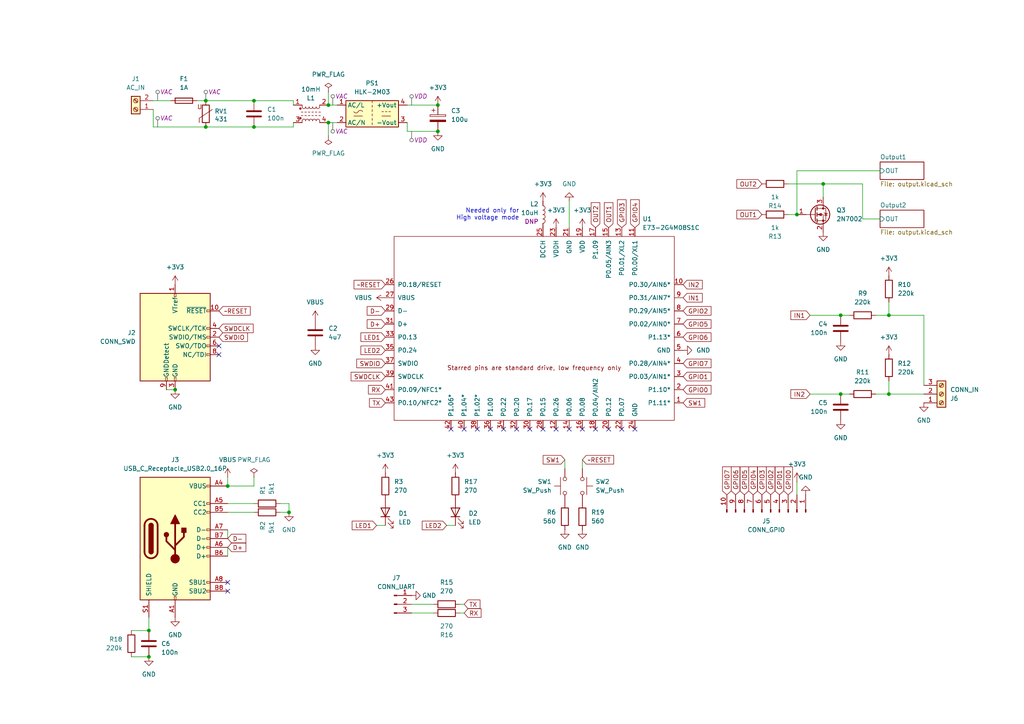
<source format=kicad_sch>
(kicad_sch (version 20231120) (generator "eeschema") (generator_version "8.0")
  (paper "A4")
  (title_block (title "ZigShutter") (date "2024-05-19") (company "Nicola Corna <nicola@corna.info>") (comment 1 "Licensed under CERN-OHL-S v2 or any later version"))
  (lib_symbols
    (symbol "Connector:Conn_01x03_Pin" (pin_names (offset 1.016) hide)
      (property "Reference" "J" (at 0 5.08 0))
      (property "Value" "Conn_01x03_Pin" (at 0 -5.08 0))
      (symbol "Conn_01x03_Pin_1_1"
        (pin passive line (at 5.08 2.54 180) (length 3.81) (name "Pin_1") (number "1"))
        (pin passive line (at 5.08 0 180) (length 3.81) (name "Pin_2") (number "2"))
        (pin passive line (at 5.08 -2.54 180) (length 3.81) (name "Pin_3") (number "3"))
      )
    )
    (symbol "Connector:Conn_01x10_Pin" (pin_names (offset 1.016) hide)
      (property "Reference" "J" (at 0 12.7 0))
      (property "Value" "Conn_01x10_Pin" (at 0 -15.24 0))
      (symbol "Conn_01x10_Pin_1_1"
        (pin passive line (at 5.08 10.16 180) (length 3.81) (name "Pin_1") (number "1"))
        (pin passive line (at 5.08 -12.7 180) (length 3.81) (name "Pin_10") (number "10"))
        (pin passive line (at 5.08 7.62 180) (length 3.81) (name "Pin_2") (number "2"))
        (pin passive line (at 5.08 5.08 180) (length 3.81) (name "Pin_3") (number "3"))
        (pin passive line (at 5.08 2.54 180) (length 3.81) (name "Pin_4") (number "4"))
        (pin passive line (at 5.08 0 180) (length 3.81) (name "Pin_5") (number "5"))
        (pin passive line (at 5.08 -2.54 180) (length 3.81) (name "Pin_6") (number "6"))
        (pin passive line (at 5.08 -5.08 180) (length 3.81) (name "Pin_7") (number "7"))
        (pin passive line (at 5.08 -7.62 180) (length 3.81) (name "Pin_8") (number "8"))
        (pin passive line (at 5.08 -10.16 180) (length 3.81) (name "Pin_9") (number "9"))
      )
    )
    (symbol "Connector:Conn_ARM_JTAG_SWD_10" (pin_names (offset 1.016))
      (property "Reference" "J" (at -2.54 16.51 0))
      (property "Value" "Conn_ARM_JTAG_SWD_10" (at -2.54 13.97 0))
      (symbol "Conn_ARM_JTAG_SWD_10_1_1"
        (pin power_in line (at 0 15.24 270) (length 2.54) (name "VTref") (number "1"))
        (pin open_collector line (at 12.7 7.62 180) (length 2.54) (name "~{RESET}") (number "10"))
        (pin bidirectional line (at 12.7 0 180) (length 2.54) (name "SWDIO/TMS") (number "2"))
        (pin power_in line (at 0 -15.24 90) (length 2.54) (name "GND") (number "3"))
        (pin output line (at 12.7 2.54 180) (length 2.54) (name "SWCLK/TCK") (number "4"))
        (pin passive line (at 0 -15.24 90) (length 2.54) hide (name "GND") (number "5"))
        (pin input line (at 12.7 -2.54 180) (length 2.54) (name "SWO/TDO") (number "6"))
        (pin no_connect line (at -10.16 0 0) (length 2.54) hide (name "KEY") (number "7"))
        (pin output line (at 12.7 -5.08 180) (length 2.54) (name "NC/TDI") (number "8"))
        (pin passive line (at -2.54 -15.24 90) (length 2.54) (name "GNDDetect") (number "9"))
      )
    )
    (symbol "Connector:Screw_Terminal_01x02" (pin_names (offset 1.016) hide)
      (property "Reference" "J" (at 0 2.54 0))
      (property "Value" "Screw_Terminal_01x02" (at 0 -5.08 0))
      (symbol "Screw_Terminal_01x02_1_1"
        (pin passive line (at -5.08 0 0) (length 3.81) (name "Pin_1") (number "1"))
        (pin passive line (at -5.08 -2.54 0) (length 3.81) (name "Pin_2") (number "2"))
      )
    )
    (symbol "Connector:Screw_Terminal_01x03" (pin_names (offset 1.016) hide)
      (property "Reference" "J" (at 0 5.08 0))
      (property "Value" "Screw_Terminal_01x03" (at 0 -5.08 0))
      (symbol "Screw_Terminal_01x03_1_1"
        (pin passive line (at -5.08 2.54 0) (length 3.81) (name "Pin_1") (number "1"))
        (pin passive line (at -5.08 0 0) (length 3.81) (name "Pin_2") (number "2"))
        (pin passive line (at -5.08 -2.54 0) (length 3.81) (name "Pin_3") (number "3"))
      )
    )
    (symbol "Connector:USB_C_Receptacle_USB2.0_16P" (pin_names (offset 1.016))
      (property "Reference" "J" (at 0 22.225 0))
      (property "Value" "USB_C_Receptacle_USB2.0_16P" (at 0 19.685 0))
      (symbol "USB_C_Receptacle_USB2.0_16P_1_1"
        (pin passive line (at 0 -22.86 90) (length 5.08) (name "GND") (number "A1"))
        (pin passive line (at 0 -22.86 90) (length 5.08) hide (name "GND") (number "A12"))
        (pin passive line (at 15.24 15.24 180) (length 5.08) (name "VBUS") (number "A4"))
        (pin bidirectional line (at 15.24 10.16 180) (length 5.08) (name "CC1") (number "A5"))
        (pin bidirectional line (at 15.24 -2.54 180) (length 5.08) (name "D+") (number "A6"))
        (pin bidirectional line (at 15.24 2.54 180) (length 5.08) (name "D-") (number "A7"))
        (pin bidirectional line (at 15.24 -12.7 180) (length 5.08) (name "SBU1") (number "A8"))
        (pin passive line (at 15.24 15.24 180) (length 5.08) hide (name "VBUS") (number "A9"))
        (pin passive line (at 0 -22.86 90) (length 5.08) hide (name "GND") (number "B1"))
        (pin passive line (at 0 -22.86 90) (length 5.08) hide (name "GND") (number "B12"))
        (pin passive line (at 15.24 15.24 180) (length 5.08) hide (name "VBUS") (number "B4"))
        (pin bidirectional line (at 15.24 7.62 180) (length 5.08) (name "CC2") (number "B5"))
        (pin bidirectional line (at 15.24 -5.08 180) (length 5.08) (name "D+") (number "B6"))
        (pin bidirectional line (at 15.24 0 180) (length 5.08) (name "D-") (number "B7"))
        (pin bidirectional line (at 15.24 -15.24 180) (length 5.08) (name "SBU2") (number "B8"))
        (pin passive line (at 15.24 15.24 180) (length 5.08) hide (name "VBUS") (number "B9"))
        (pin passive line (at -7.62 -22.86 90) (length 5.08) (name "SHIELD") (number "S1"))
      )
    )
    (symbol "Converter_ACDC:HLK-2M03"
      (property "Reference" "PS" (at 0 5.08 0))
      (property "Value" "HLK-2M03" (at 0 -5.08 0))
      (symbol "HLK-2M03_1_1"
        (pin power_in line (at -10.16 2.54 0) (length 2.54) (name "AC/L") (number "1"))
        (pin power_in line (at -10.16 -2.54 0) (length 2.54) (name "AC/N") (number "2"))
        (pin power_out line (at 10.16 -2.54 180) (length 2.54) (name "-Vout") (number "3"))
        (pin power_out line (at 10.16 2.54 180) (length 2.54) (name "+Vout") (number "4"))
      )
    )
    (symbol "Device:C" (pin_numbers hide) (pin_names (offset 0.254))
      (property "Reference" "C" (at 0.635 2.54 0))
      (property "Value" "C" (at 0.635 -2.54 0))
      (symbol "C_1_1"
        (pin passive line (at 0 3.81 270) (length 2.794) (name "~") (number "1"))
        (pin passive line (at 0 -3.81 90) (length 2.794) (name "~") (number "2"))
      )
    )
    (symbol "Device:C_Polarized" (pin_numbers hide) (pin_names (offset 0.254))
      (property "Reference" "C" (at 0.635 2.54 0))
      (property "Value" "C_Polarized" (at 0.635 -2.54 0))
      (symbol "C_Polarized_1_1"
        (pin passive line (at 0 3.81 270) (length 2.794) (name "~") (number "1"))
        (pin passive line (at 0 -3.81 90) (length 2.794) (name "~") (number "2"))
      )
    )
    (symbol "Device:Fuse" (pin_numbers hide) (pin_names (offset 0))
      (property "Reference" "F" (at 2.032 0 90))
      (property "Value" "Fuse" (at -1.905 0 90))
      (symbol "Fuse_1_1"
        (pin passive line (at 0 3.81 270) (length 1.27) (name "~") (number "1"))
        (pin passive line (at 0 -3.81 90) (length 1.27) (name "~") (number "2"))
      )
    )
    (symbol "Device:L" (pin_numbers hide) (pin_names (offset 1.016) hide)
      (property "Reference" "L" (at -1.27 0 90))
      (property "Value" "L" (at 1.905 0 90))
      (symbol "L_1_1"
        (pin passive line (at 0 3.81 270) (length 1.27) (name "1") (number "1"))
        (pin passive line (at 0 -3.81 90) (length 1.27) (name "2") (number "2"))
      )
    )
    (symbol "Device:LED" (pin_numbers hide) (pin_names (offset 1.016) hide)
      (property "Reference" "D" (at 0 2.54 0))
      (property "Value" "LED" (at 0 -2.54 0))
      (symbol "LED_1_1"
        (pin passive line (at -3.81 0 0) (length 2.54) (name "K") (number "1"))
        (pin passive line (at 3.81 0 180) (length 2.54) (name "A") (number "2"))
      )
    )
    (symbol "Device:L_Ferrite_Coupled" (pin_names (offset 0.254) hide)
      (property "Reference" "L" (at 0 4.445 0))
      (property "Value" "L_Ferrite_Coupled" (at 0 -4.445 0))
      (symbol "L_Ferrite_Coupled_1_1"
        (pin passive line (at -5.08 2.54 0) (length 2.54) (name "1") (number "1"))
        (pin passive line (at 5.08 2.54 180) (length 2.54) (name "2") (number "2"))
        (pin passive line (at -5.08 -2.54 0) (length 2.54) (name "3") (number "3"))
        (pin passive line (at 5.08 -2.54 180) (length 2.54) (name "4") (number "4"))
      )
    )
    (symbol "Device:R" (pin_numbers hide) (pin_names (offset 0))
      (property "Reference" "R" (at 2.032 0 90))
      (property "Value" "R" (at 0 0 90))
      (symbol "R_1_1"
        (pin passive line (at 0 3.81 270) (length 1.27) (name "~") (number "1"))
        (pin passive line (at 0 -3.81 90) (length 1.27) (name "~") (number "2"))
      )
    )
    (symbol "Device:Varistor" (pin_numbers hide) (pin_names (offset 0))
      (property "Reference" "RV" (at 3.175 0 90))
      (property "Value" "Varistor" (at -3.175 0 90))
      (symbol "Varistor_0_0"
        (text "U" (at -1.778 -2.032 0) (effects (font (size 1.27 1.27))))
      )
      (symbol "Varistor_1_1"
        (pin passive line (at 0 3.81 270) (length 1.27) (name "~") (number "1"))
        (pin passive line (at 0 -3.81 90) (length 1.27) (name "~") (number "2"))
      )
    )
    (symbol "E73-2G4M08S1C:E73-2G4M08S1C" (pin_names (offset 1.016))
      (property "Reference" "U" (at 0 3.81 0))
      (property "Value" "E73-2G4M08S1C" (at 0 1.27 0))
      (symbol "E73-2G4M08S1C_0_0"
        (text "Starred pins are standard drive, low frequency only" (at 0 -11.43 0) (effects (font (size 1.27 1.27))))
      )
      (symbol "E73-2G4M08S1C_1_1"
        (pin input line (at 43.18 -21.59 180) (length 2.54) (name "P1.11*") (number "1"))
        (pin input line (at 43.18 12.7 180) (length 2.54) (name "P0.30/AIN6*") (number "10"))
        (pin input line (at 29.21 29.21 270) (length 2.54) (name "P0.00/XL1") (number "11"))
        (pin input line (at 6.35 -29.21 90) (length 2.54) (name "P0.26") (number "12"))
        (pin input line (at 25.4 29.21 270) (length 2.54) (name "P0.01/XL2") (number "13"))
        (pin input line (at 10.16 -29.21 90) (length 2.54) (name "P0.06") (number "14"))
        (pin input line (at 21.59 29.21 270) (length 2.54) (name "P0.05/AIN3") (number "15"))
        (pin input line (at 13.97 -29.21 90) (length 2.54) (name "P0.08") (number "16"))
        (pin input line (at 17.78 29.21 270) (length 2.54) (name "P1.09") (number "17"))
        (pin input line (at 17.78 -29.21 90) (length 2.54) (name "P0.04/AIN2") (number "18"))
        (pin input line (at 13.97 29.21 270) (length 2.54) (name "VDD") (number "19"))
        (pin input line (at 43.18 -17.78 180) (length 2.54) (name "P1.10*") (number "2"))
        (pin input line (at 21.59 -29.21 90) (length 2.54) (name "P0.12") (number "20"))
        (pin input line (at 10.16 29.21 270) (length 2.54) (name "GND") (number "21"))
        (pin input line (at 25.4 -29.21 90) (length 2.54) (name "P0.07") (number "22"))
        (pin input line (at 6.35 29.21 270) (length 2.54) (name "VDDH") (number "23"))
        (pin input line (at 29.21 -29.21 90) (length 2.54) (name "GND") (number "24"))
        (pin input line (at 2.54 29.21 270) (length 2.54) (name "DCCH") (number "25"))
        (pin input line (at -43.18 12.7 0) (length 2.54) (name "P0.18/RESET") (number "26"))
        (pin input line (at -43.18 8.89 0) (length 2.54) (name "VBUS") (number "27"))
        (pin input line (at 2.54 -29.21 90) (length 2.54) (name "P0.15") (number "28"))
        (pin input line (at -43.18 5.08 0) (length 2.54) (name "D-") (number "29"))
        (pin input line (at 43.18 -13.97 180) (length 2.54) (name "P0.03/AIN1*") (number "3"))
        (pin input line (at -1.27 -29.21 90) (length 2.54) (name "P0.17") (number "30"))
        (pin input line (at -43.18 1.27 0) (length 2.54) (name "D+") (number "31"))
        (pin input line (at -5.08 -29.21 90) (length 2.54) (name "P0.20") (number "32"))
        (pin input line (at -43.18 -2.54 0) (length 2.54) (name "P0.13") (number "33"))
        (pin input line (at -8.89 -29.21 90) (length 2.54) (name "P0.22") (number "34"))
        (pin input line (at -43.18 -6.35 0) (length 2.54) (name "P0.24") (number "35"))
        (pin input line (at -12.7 -29.21 90) (length 2.54) (name "P1.00") (number "36"))
        (pin input line (at -43.18 -10.16 0) (length 2.54) (name "SWDIO") (number "37"))
        (pin input line (at -16.51 -29.21 90) (length 2.54) (name "P1.02*") (number "38"))
        (pin input line (at -43.18 -13.97 0) (length 2.54) (name "SWDCLK") (number "39"))
        (pin input line (at 43.18 -10.16 180) (length 2.54) (name "P0.28/AIN4*") (number "4"))
        (pin input line (at -20.32 -29.21 90) (length 2.54) (name "P1.04*") (number "40"))
        (pin input line (at -43.18 -17.78 0) (length 2.54) (name "P0.09/NFC1*") (number "41"))
        (pin input line (at -24.13 -29.21 90) (length 2.54) (name "P1.06*") (number "42"))
        (pin input line (at -43.18 -21.59 0) (length 2.54) (name "P0.10/NFC2*") (number "43"))
        (pin input line (at 43.18 -6.35 180) (length 2.54) (name "GND") (number "5"))
        (pin input line (at 43.18 -2.54 180) (length 2.54) (name "P1.13*") (number "6"))
        (pin input line (at 43.18 1.27 180) (length 2.54) (name "P0.02/AIN0*") (number "7"))
        (pin input line (at 43.18 5.08 180) (length 2.54) (name "P0.29/AIN5*") (number "8"))
        (pin input line (at 43.18 8.89 180) (length 2.54) (name "P0.31/AIN7*") (number "9"))
      )
    )
    (symbol "Switch:SW_Push" (pin_numbers hide) (pin_names (offset 1.016) hide)
      (property "Reference" "SW" (at 1.27 2.54 0))
      (property "Value" "SW_Push" (at 0 -1.524 0))
      (symbol "SW_Push_0_1"
        (pin passive line (at -5.08 0 0) (length 2.54) (name "1") (number "1"))
        (pin passive line (at 5.08 0 180) (length 2.54) (name "2") (number "2"))
      )
    )
    (symbol "Transistor_FET:2N7002" (pin_names hide)
      (property "Reference" "Q" (at 5.08 1.905 0))
      (property "Value" "2N7002" (at 5.08 0 0))
      (symbol "2N7002_1_1"
        (pin input line (at -5.08 0 0) (length 2.54) (name "G") (number "1"))
        (pin passive line (at 2.54 -5.08 90) (length 2.54) (name "S") (number "2"))
        (pin passive line (at 2.54 5.08 270) (length 2.54) (name "D") (number "3"))
      )
    )
    (symbol "power:+3V3" (power) (pin_numbers hide) (pin_names (offset 0) hide)
      (property "Value" "+3V3" (at 0 3.556 0))
      (symbol "+3V3_1_1"
        (pin power_in line (at 0 0 90) (length 0) (name "~") (number "1"))
      )
    )
    (symbol "power:GND" (power) (pin_numbers hide) (pin_names (offset 0) hide)
      (property "Value" "GND" (at 0 -3.81 0))
      (symbol "GND_1_1"
        (pin power_in line (at 0 0 270) (length 0) (name "~") (number "1"))
      )
    )
    (symbol "power:PWR_FLAG" (power) (pin_numbers hide) (pin_names (offset 0) hide)
      (property "Value" "PWR_FLAG" (at 0 3.81 0))
      (symbol "PWR_FLAG_0_0"
        (pin power_out line (at 0 0 90) (length 0) (name "~") (number "1"))
      )
    )
    (symbol "power:VBUS" (power) (pin_numbers hide) (pin_names (offset 0) hide)
      (property "Value" "VBUS" (at 0 3.556 0))
      (symbol "VBUS_1_1"
        (pin power_in line (at 0 0 90) (length 0) (name "~") (number "1"))
      )
    )
  )
  (junction (at 73.66 36.83))
  (junction (at 59.69 36.83))
  (junction (at 73.66 29.21))
  (junction (at 257.81 91.44))
  (junction (at 43.18 190.5))
  (junction (at 95.25 35.56))
  (junction (at 50.8 113.03))
  (junction (at 83.82 148.59))
  (junction (at 59.69 29.21))
  (junction (at 243.84 91.44))
  (junction (at 231.14 62.23))
  (junction (at 238.76 53.34))
  (junction (at 257.81 114.3))
  (junction (at 95.25 30.48))
  (junction (at 66.04 140.97))
  (junction (at 127 30.48))
  (junction (at 243.84 114.3))
  (junction (at 127 38.1))
  (junction (at 43.18 182.88))
  (no_connect (at 176.53 124.46))
  (no_connect (at 153.67 124.46))
  (no_connect (at 149.86 124.46))
  (no_connect (at 63.5 102.87))
  (no_connect (at 157.48 124.46))
  (no_connect (at 184.15 124.46))
  (no_connect (at 130.81 124.46))
  (no_connect (at 172.72 124.46))
  (no_connect (at 142.24 124.46))
  (no_connect (at 66.04 168.91))
  (no_connect (at 180.34 124.46))
  (no_connect (at 134.62 124.46))
  (no_connect (at 138.43 124.46))
  (no_connect (at 161.29 124.46))
  (no_connect (at 146.05 124.46))
  (no_connect (at 165.1 124.46))
  (no_connect (at 66.04 171.45))
  (no_connect (at 168.91 124.46))
  (no_connect (at 63.5 100.33))
  (wire (pts (xy 231.14 49.53) (xy 231.14 62.23)))
  (wire (pts (xy 231.14 49.53) (xy 255.27 49.53)))
  (wire (pts (xy 119.38 177.8) (xy 125.73 177.8)))
  (wire (pts (xy 44.45 29.21) (xy 49.53 29.21)))
  (wire (pts (xy 59.69 36.83) (xy 73.66 36.83)))
  (wire (pts (xy 118.11 38.1) (xy 127 38.1)))
  (wire (pts (xy 44.45 36.83) (xy 59.69 36.83)))
  (wire (pts (xy 125.73 175.26) (xy 119.38 175.26)))
  (wire (pts (xy 73.66 36.83) (xy 85.09 36.83)))
  (wire (pts (xy 109.22 152.4) (xy 111.76 152.4)))
  (wire (pts (xy 267.97 91.44) (xy 257.81 91.44)))
  (wire (pts (xy 118.11 35.56) (xy 118.11 38.1)))
  (wire (pts (xy 95.25 35.56) (xy 97.79 35.56)))
  (wire (pts (xy 73.66 148.59) (xy 66.04 148.59)))
  (wire (pts (xy 134.62 175.26) (xy 133.35 175.26)))
  (wire (pts (xy 66.04 156.21) (xy 66.04 153.67)))
  (wire (pts (xy 97.79 30.48) (xy 95.25 30.48)))
  (wire (pts (xy 231.14 139.7) (xy 231.14 143.51)))
  (wire (pts (xy 73.66 140.97) (xy 73.66 138.43)))
  (wire (pts (xy 234.95 91.44) (xy 243.84 91.44)))
  (wire (pts (xy 81.28 146.05) (xy 83.82 146.05)))
  (wire (pts (xy 129.54 152.4) (xy 132.08 152.4)))
  (wire (pts (xy 66.04 158.75) (xy 66.04 161.29)))
  (wire (pts (xy 85.09 36.83) (xy 85.09 35.56)))
  (wire (pts (xy 57.15 29.21) (xy 59.69 29.21)))
  (wire (pts (xy 95.25 39.37) (xy 95.25 35.56)))
  (wire (pts (xy 250.19 63.5) (xy 250.19 53.34)))
  (wire (pts (xy 38.1 190.5) (xy 43.18 190.5)))
  (wire (pts (xy 133.35 177.8) (xy 134.62 177.8)))
  (wire (pts (xy 44.45 31.75) (xy 44.45 36.83)))
  (wire (pts (xy 83.82 146.05) (xy 83.82 148.59)))
  (wire (pts (xy 163.83 133.35) (xy 163.83 135.89)))
  (wire (pts (xy 243.84 114.3) (xy 246.38 114.3)))
  (wire (pts (xy 43.18 179.07) (xy 43.18 182.88)))
  (wire (pts (xy 95.25 26.67) (xy 95.25 30.48)))
  (wire (pts (xy 250.19 53.34) (xy 238.76 53.34)))
  (wire (pts (xy 254 91.44) (xy 257.81 91.44)))
  (wire (pts (xy 66.04 138.43) (xy 66.04 140.97)))
  (wire (pts (xy 48.26 113.03) (xy 50.8 113.03)))
  (wire (pts (xy 59.69 29.21) (xy 73.66 29.21)))
  (wire (pts (xy 66.04 140.97) (xy 73.66 140.97)))
  (wire (pts (xy 168.91 133.35) (xy 168.91 135.89)))
  (wire (pts (xy 234.95 114.3) (xy 243.84 114.3)))
  (wire (pts (xy 257.81 110.49) (xy 257.81 114.3)))
  (wire (pts (xy 257.81 114.3) (xy 267.97 114.3)))
  (wire (pts (xy 73.66 29.21) (xy 85.09 29.21)))
  (wire (pts (xy 254 114.3) (xy 257.81 114.3)))
  (wire (pts (xy 257.81 87.63) (xy 257.81 91.44)))
  (wire (pts (xy 85.09 29.21) (xy 85.09 30.48)))
  (wire (pts (xy 81.28 148.59) (xy 83.82 148.59)))
  (wire (pts (xy 73.66 146.05) (xy 66.04 146.05)))
  (wire (pts (xy 228.6 53.34) (xy 238.76 53.34)))
  (wire (pts (xy 165.1 58.42) (xy 165.1 66.04)))
  (wire (pts (xy 255.27 63.5) (xy 250.19 63.5)))
  (wire (pts (xy 118.11 30.48) (xy 127 30.48)))
  (wire (pts (xy 238.76 53.34) (xy 238.76 57.15)))
  (wire (pts (xy 243.84 91.44) (xy 246.38 91.44)))
  (wire (pts (xy 228.6 62.23) (xy 231.14 62.23)))
  (wire (pts (xy 38.1 182.88) (xy 43.18 182.88)))
  (wire (pts (xy 267.97 111.76) (xy 267.97 91.44)))
  (text "Needed only for\nHigh voltage mode" (at 150.622 62.23 0) (effects (font (size 1.27 1.27)) (justify right)))
  (global_label "TX" (shape input) (at 111.76 116.84 180) (property "Intersheetrefs" "${INTERSHEET_REFS}" (effects (hide yes))))
  (global_label "~RESET" (shape input) (at 168.91 133.35 0) (property "Intersheetrefs" "${INTERSHEET_REFS}" (effects (hide yes))))
  (global_label "LED1" (shape input) (at 109.22 152.4 180) (property "Intersheetrefs" "${INTERSHEET_REFS}" (effects (hide yes))))
  (global_label "GPIO2" (shape input) (at 223.52 143.51 90) (property "Intersheetrefs" "${INTERSHEET_REFS}" (effects (hide yes))))
  (global_label "SW1" (shape input) (at 198.12 116.84 0) (property "Intersheetrefs" "${INTERSHEET_REFS}" (effects (hide yes))))
  (global_label "GPIO6" (shape input) (at 213.36 143.51 90) (property "Intersheetrefs" "${INTERSHEET_REFS}" (effects (hide yes))))
  (global_label "OUT1" (shape input) (at 176.53 66.04 90) (property "Intersheetrefs" "${INTERSHEET_REFS}" (effects (hide yes))))
  (global_label "SWDCLK" (shape input) (at 111.76 109.22 180) (property "Intersheetrefs" "${INTERSHEET_REFS}" (effects (hide yes))))
  (global_label "IN1" (shape input) (at 198.12 86.36 0) (property "Intersheetrefs" "${INTERSHEET_REFS}" (effects (hide yes))))
  (global_label "GPIO4" (shape input) (at 184.15 66.04 90) (property "Intersheetrefs" "${INTERSHEET_REFS}" (effects (hide yes))))
  (global_label "IN2" (shape input) (at 198.12 82.55 0) (property "Intersheetrefs" "${INTERSHEET_REFS}" (effects (hide yes))))
  (global_label "RX" (shape input) (at 134.62 177.8 0) (property "Intersheetrefs" "${INTERSHEET_REFS}" (effects (hide yes))))
  (global_label "D+" (shape input) (at 111.76 93.98 180) (property "Intersheetrefs" "${INTERSHEET_REFS}" (effects (hide yes))))
  (global_label "~RESET" (shape input) (at 63.5 90.17 0) (property "Intersheetrefs" "${INTERSHEET_REFS}" (effects (hide yes))))
  (global_label "OUT1" (shape input) (at 220.98 62.23 180) (property "Intersheetrefs" "${INTERSHEET_REFS}" (effects (hide yes))))
  (global_label "D+" (shape input) (at 66.04 158.75 0) (property "Intersheetrefs" "${INTERSHEET_REFS}" (effects (hide yes))))
  (global_label "D-" (shape input) (at 111.76 90.17 180) (property "Intersheetrefs" "${INTERSHEET_REFS}" (effects (hide yes))))
  (global_label "GPIO0" (shape input) (at 198.12 113.03 0) (property "Intersheetrefs" "${INTERSHEET_REFS}" (effects (hide yes))))
  (global_label "LED2" (shape input) (at 111.76 101.6 180) (property "Intersheetrefs" "${INTERSHEET_REFS}" (effects (hide yes))))
  (global_label "RX" (shape input) (at 111.76 113.03 180) (property "Intersheetrefs" "${INTERSHEET_REFS}" (effects (hide yes))))
  (global_label "TX" (shape input) (at 134.62 175.26 0) (property "Intersheetrefs" "${INTERSHEET_REFS}" (effects (hide yes))))
  (global_label "SWDIO" (shape input) (at 63.5 97.79 0) (property "Intersheetrefs" "${INTERSHEET_REFS}" (effects (hide yes))))
  (global_label "GPIO1" (shape input) (at 198.12 109.22 0) (property "Intersheetrefs" "${INTERSHEET_REFS}" (effects (hide yes))))
  (global_label "D-" (shape input) (at 66.04 156.21 0) (property "Intersheetrefs" "${INTERSHEET_REFS}" (effects (hide yes))))
  (global_label "GPIO2" (shape input) (at 198.12 90.17 0) (property "Intersheetrefs" "${INTERSHEET_REFS}" (effects (hide yes))))
  (global_label "GPIO5" (shape input) (at 198.12 93.98 0) (property "Intersheetrefs" "${INTERSHEET_REFS}" (effects (hide yes))))
  (global_label "GPIO1" (shape input) (at 226.06 143.51 90) (property "Intersheetrefs" "${INTERSHEET_REFS}" (effects (hide yes))))
  (global_label "GPIO3" (shape input) (at 220.98 143.51 90) (property "Intersheetrefs" "${INTERSHEET_REFS}" (effects (hide yes))))
  (global_label "GPIO4" (shape input) (at 218.44 143.51 90) (property "Intersheetrefs" "${INTERSHEET_REFS}" (effects (hide yes))))
  (global_label "GPIO7" (shape input) (at 210.82 143.51 90) (property "Intersheetrefs" "${INTERSHEET_REFS}" (effects (hide yes))))
  (global_label "GPIO7" (shape input) (at 198.12 105.41 0) (property "Intersheetrefs" "${INTERSHEET_REFS}" (effects (hide yes))))
  (global_label "GPIO0" (shape input) (at 228.6 143.51 90) (property "Intersheetrefs" "${INTERSHEET_REFS}" (effects (hide yes))))
  (global_label "OUT2" (shape input) (at 172.72 66.04 90) (property "Intersheetrefs" "${INTERSHEET_REFS}" (effects (hide yes))))
  (global_label "IN1" (shape input) (at 234.95 91.44 180) (property "Intersheetrefs" "${INTERSHEET_REFS}" (effects (hide yes))))
  (global_label "SWDIO" (shape input) (at 111.76 105.41 180) (property "Intersheetrefs" "${INTERSHEET_REFS}" (effects (hide yes))))
  (global_label "LED1" (shape input) (at 111.76 97.79 180) (property "Intersheetrefs" "${INTERSHEET_REFS}" (effects (hide yes))))
  (global_label "~RESET" (shape input) (at 111.76 82.55 180) (property "Intersheetrefs" "${INTERSHEET_REFS}" (effects (hide yes))))
  (global_label "GPIO3" (shape input) (at 180.34 66.04 90) (property "Intersheetrefs" "${INTERSHEET_REFS}" (effects (hide yes))))
  (global_label "SW1" (shape input) (at 163.83 133.35 180) (property "Intersheetrefs" "${INTERSHEET_REFS}" (effects (hide yes))))
  (global_label "LED2" (shape input) (at 129.54 152.4 180) (property "Intersheetrefs" "${INTERSHEET_REFS}" (effects (hide yes))))
  (global_label "GPIO6" (shape input) (at 198.12 97.79 0) (property "Intersheetrefs" "${INTERSHEET_REFS}" (effects (hide yes))))
  (global_label "GPIO5" (shape input) (at 215.9 143.51 90) (property "Intersheetrefs" "${INTERSHEET_REFS}" (effects (hide yes))))
  (global_label "OUT2" (shape input) (at 220.98 53.34 180) (property "Intersheetrefs" "${INTERSHEET_REFS}" (effects (hide yes))))
  (global_label "SWDCLK" (shape input) (at 63.5 95.25 0) (property "Intersheetrefs" "${INTERSHEET_REFS}" (effects (hide yes))))
  (global_label "IN2" (shape input) (at 234.95 114.3 180) (property "Intersheetrefs" "${INTERSHEET_REFS}" (effects (hide yes))))
  (netclass_flag "" (length 2.54) (shape round) (at 45.72 36.83 0) (property "Netclass" "VAC" (at 46.4185 34.29 0) (effects (font (italic yes)) (justify left))))
  (netclass_flag "" (length 2.54) (shape round) (at 96.52 30.48 0) (property "Netclass" "VAC" (at 97.2185 27.94 0) (effects (font (italic yes)) (justify left))))
  (netclass_flag "" (length 2.54) (shape round) (at 59.69 29.21 0) (property "Netclass" "VAC" (at 60.3885 26.67 0) (effects (font (italic yes)) (justify left))))
  (netclass_flag "" (length 2.54) (shape round) (at 119.38 38.1 180) (property "Netclass" "VDD" (at 120.0785 40.64 0) (effects (font (italic yes)) (justify left))))
  (netclass_flag "" (length 2.54) (shape round) (at 119.38 30.48 0) (property "Netclass" "VDD" (at 120.0785 27.94 0) (effects (font (italic yes)) (justify left))))
  (netclass_flag "" (length 2.54) (shape round) (at 45.72 29.21 0) (property "Netclass" "VAC" (at 46.4185 26.67 0) (effects (font (italic yes)) (justify left))))
  (netclass_flag "" (length 2.54) (shape round) (at 96.52 35.56 180) (property "Netclass" "VAC" (at 97.2185 38.1 0) (effects (font (italic yes)) (justify left))))
  (symbol (lib_id "power:+3V3") (at 127 30.48 0) (unit 1)
    (property "Reference" "#PWR09" (effects (hide yes)))
    (property "Value" "+3V3" (at 127 25.4 0))
    (property "Description" "Power symbol creates a global label with name \"+3V3\"" (effects (hide yes)))
  )
  (symbol (lib_id "power:+3V3") (at 132.08 137.16 0) (unit 1)
    (property "Reference" "#PWR033" (effects (hide yes)))
    (property "Value" "+3V3" (at 132.08 132.08 0))
    (property "Description" "Power symbol creates a global label with name \"+3V3\"" (effects (hide yes)))
  )
  (symbol (lib_id "power:GND") (at 168.91 153.67 0) (unit 1)
    (property "Reference" "#PWR035" (effects (hide yes)))
    (property "Value" "GND" (at 168.91 158.75 0))
    (property "Description" "Power symbol creates a global label with name \"GND\" , ground" (effects (hide yes)))
  )
  (symbol (lib_id "Device:R") (at 224.79 62.23 90) (mirror x) (unit 1)
    (property "Reference" "R13" (at 224.79 68.58 90))
    (property "Value" "1k" (at 224.79 66.04 90))
    (property "Footprint" "Resistor_SMD:R_0603_1608Metric" (effects (hide yes)))
    (property "Description" "Resistor" (effects (hide yes)))
  )
  (symbol (lib_id "power:+3V3") (at 257.81 102.87 0) (unit 1)
    (property "Reference" "#PWR039" (effects (hide yes)))
    (property "Value" "+3V3" (at 257.81 97.79 0))
    (property "Description" "Power symbol creates a global label with name \"+3V3\"" (effects (hide yes)))
  )
  (symbol (lib_id "Device:R") (at 132.08 140.97 0) (unit 1)
    (property "Reference" "R17" (at 134.62 139.6999 0) (effects (justify left)))
    (property "Value" "270" (at 134.62 142.2399 0) (effects (justify left)))
    (property "Footprint" "Resistor_SMD:R_0603_1608Metric" (effects (hide yes)))
    (property "Description" "Resistor" (effects (hide yes)))
  )
  (symbol (lib_id "Switch:SW_Push") (at 163.83 140.97 90) (mirror x) (unit 1)
    (property "Reference" "SW1" (at 160.02 139.6999 90) (effects (justify left)))
    (property "Value" "SW_Push" (at 160.02 142.2399 90) (effects (justify left)))
    (property "Footprint" "Button_Switch_SMD:SW_Push_SPST_NO_Alps_SKRK" (effects (hide yes)))
    (property "Description" "Push button switch, generic, two pins" (effects (hide yes)))
  )
  (symbol (lib_id "Connector:Screw_Terminal_01x03") (at 273.05 114.3 0) (mirror x) (unit 1)
    (property "Reference" "J6" (at 275.59 115.5701 0) (effects (justify left)))
    (property "Value" "CONN_IN" (at 275.59 113.0301 0) (effects (justify left)))
    (property "Footprint" "TerminalBlock_Phoenix:TerminalBlock_Phoenix_MPT-0,5-3-2.54_1x03_P2.54mm_Horizontal" (effects (hide yes)))
    (property "Description" "Generic screw terminal, single row, 01x03, script generated (kicad-library-utils/schlib/autogen/connector/)" (effects (hide yes)))
  )
  (symbol (lib_id "Connector:Conn_ARM_JTAG_SWD_10") (at 50.8 97.79 0) (unit 1)
    (property "Reference" "J2" (at 39.37 96.5199 0) (effects (justify right)))
    (property "Value" "CONN_SWD" (at 39.37 99.0599 0) (effects (justify right)))
    (property "Footprint" "Connector_PinHeader_1.27mm:PinHeader_2x05_P1.27mm_Vertical_SMD" (effects (hide yes)))
    (property "Datasheet" "http://infocenter.arm.com/help/topic/com.arm.doc.ddi0314h/DDI0314H_coresight_components_trm.pdf" (effects (hide yes)))
    (property "Description" "Cortex Debug Connector, standard ARM Cortex-M SWD and JTAG interface" (effects (hide yes)))
  )
  (symbol (lib_id "power:VBUS") (at 111.76 86.36 90) (unit 1)
    (property "Reference" "#PWR08" (effects (hide yes)))
    (property "Value" "VBUS" (at 107.95 86.3599 90) (effects (justify left)))
    (property "Description" "Power symbol creates a global label with name \"VBUS\"" (effects (hide yes)))
  )
  (symbol (lib_id "Device:R") (at 163.83 149.86 0) (mirror y) (unit 1)
    (property "Reference" "R6" (at 161.29 148.5899 0) (effects (justify left)))
    (property "Value" "560" (at 161.29 151.1299 0) (effects (justify left)))
    (property "Footprint" "Resistor_SMD:R_0603_1608Metric" (effects (hide yes)))
    (property "Description" "Resistor" (effects (hide yes)))
  )
  (symbol (lib_id "Device:C") (at 91.44 96.52 0) (unit 1)
    (property "Reference" "C2" (at 95.25 95.2499 0) (effects (justify left)))
    (property "Value" "4u7" (at 95.25 97.7899 0) (effects (justify left)))
    (property "Footprint" "Capacitor_SMD:C_0603_1608Metric" (effects (hide yes)))
    (property "Description" "Unpolarized capacitor" (effects (hide yes)))
  )
  (symbol (lib_id "E73-2G4M08S1C:E73-2G4M08S1C") (at 154.94 95.25 0) (unit 1)
    (property "Reference" "U1" (at 186.3441 63.5 0) (effects (justify left)))
    (property "Value" "E73-2G4M08S1C" (at 186.3441 66.04 0) (effects (justify left)))
    (property "Footprint" "E73-2G4M08S1C:E73-2G4M08S1C" (effects (hide yes)))
    (property "Datasheet" "http://www.ebyte.com/en/downpdf.aspx?id=445" (effects (hide yes)))
    (property "Description" "CDEbyte E73-2G4M08S1C" (effects (hide yes)))
  )
  (symbol (lib_id "power:GND") (at 165.1 58.42 180) (unit 1)
    (property "Reference" "#PWR013" (effects (hide yes)))
    (property "Value" "GND" (at 165.1 53.34 0))
    (property "Description" "Power symbol creates a global label with name \"GND\" , ground" (effects (hide yes)))
  )
  (symbol (lib_id "Transistor_FET:2N7002") (at 236.22 62.23 0) (unit 1)
    (property "Reference" "Q3" (at 242.57 60.9599 0) (effects (justify left)))
    (property "Value" "2N7002" (at 242.57 63.4999 0) (effects (justify left)))
    (property "Footprint" "Package_TO_SOT_SMD:SOT-23" (effects (hide yes)))
    (property "Datasheet" "https://www.onsemi.com/pub/Collateral/NDS7002A-D.PDF" (effects (hide yes)))
    (property "Description" "0.115A Id, 60V Vds, N-Channel MOSFET, SOT-23" (effects (hide yes)))
  )
  (symbol (lib_id "power:GND") (at 43.18 190.5 0) (unit 1)
    (property "Reference" "#PWR034" (effects (hide yes)))
    (property "Value" "GND" (at 43.18 195.58 0))
    (property "Description" "Power symbol creates a global label with name \"GND\" , ground" (effects (hide yes)))
  )
  (symbol (lib_id "power:VBUS") (at 66.04 138.43 0) (unit 1)
    (property "Reference" "#PWR04" (effects (hide yes)))
    (property "Value" "VBUS" (at 66.04 133.35 0))
    (property "Description" "Power symbol creates a global label with name \"VBUS\"" (effects (hide yes)))
  )
  (symbol (lib_id "power:+3V3") (at 50.8 82.55 0) (unit 1)
    (property "Reference" "#PWR01" (effects (hide yes)))
    (property "Value" "+3V3" (at 50.8 77.47 0))
    (property "Description" "Power symbol creates a global label with name \"+3V3\"" (effects (hide yes)))
  )
  (symbol (lib_id "power:GND") (at 163.83 153.67 0) (unit 1)
    (property "Reference" "#PWR031" (effects (hide yes)))
    (property "Value" "GND" (at 163.83 158.75 0))
    (property "Description" "Power symbol creates a global label with name \"GND\" , ground" (effects (hide yes)))
  )
  (symbol (lib_id "power:+3V3") (at 161.29 66.04 0) (unit 1)
    (property "Reference" "#PWR012" (effects (hide yes)))
    (property "Value" "+3V3" (at 161.29 60.96 0))
    (property "Description" "Power symbol creates a global label with name \"+3V3\"" (effects (hide yes)))
  )
  (symbol (lib_id "Device:L_Ferrite_Coupled") (at 90.17 33.02 0) (unit 1)
    (property "Reference" "L1" (at 90.17 28.448 0))
    (property "Value" "10mH" (at 90.17 25.908 0))
    (property "Footprint" "local_footprints:UU9.8" (effects (hide yes)))
    (property "Description" "Coupled inductor with ferrite core" (effects (hide yes)))
  )
  (symbol (lib_id "Device:R") (at 250.19 114.3 90) (unit 1)
    (property "Reference" "R11" (at 250.19 107.95 90))
    (property "Value" "220k" (at 250.19 110.49 90))
    (property "Footprint" "Resistor_SMD:R_0603_1608Metric" (effects (hide yes)))
    (property "Description" "Resistor" (effects (hide yes)))
  )
  (symbol (lib_id "power:GND") (at 119.38 172.72 90) (unit 1)
    (property "Reference" "#PWR030" (effects (hide yes)))
    (property "Value" "GND" (at 122.428 172.72 90) (effects (justify right)))
    (property "Description" "Power symbol creates a global label with name \"GND\" , ground" (effects (hide yes)))
  )
  (symbol (lib_id "Device:C") (at 243.84 95.25 0) (mirror y) (unit 1)
    (property "Reference" "C4" (at 240.03 93.9799 0) (effects (justify left)))
    (property "Value" "100n" (at 240.03 96.5199 0) (effects (justify left)))
    (property "Footprint" "Capacitor_SMD:C_0603_1608Metric" (effects (hide yes)))
    (property "Description" "Unpolarized capacitor" (effects (hide yes)))
  )
  (symbol (lib_id "power:PWR_FLAG") (at 73.66 138.43 0) (unit 1)
    (property "Reference" "#FLG05" (effects (hide yes)))
    (property "Value" "PWR_FLAG" (at 73.66 133.35 0))
    (property "Description" "Special symbol for telling ERC where power comes from" (effects (hide yes)))
  )
  (symbol (lib_id "Device:C") (at 43.18 186.69 0) (unit 1)
    (property "Reference" "C6" (at 46.736 186.69 0) (effects (justify left)))
    (property "Value" "100n" (at 46.736 189.23 0) (effects (justify left)))
    (property "Footprint" "Capacitor_SMD:C_0603_1608Metric" (effects (hide yes)))
    (property "Description" "Unpolarized capacitor" (effects (hide yes)))
  )
  (symbol (lib_id "Device:R") (at 38.1 186.69 0) (unit 1)
    (property "Reference" "R18" (at 35.56 185.4199 0) (effects (justify right)))
    (property "Value" "220k" (at 35.56 187.9599 0) (effects (justify right)))
    (property "Footprint" "Resistor_SMD:R_0603_1608Metric" (effects (hide yes)))
    (property "Description" "Resistor" (effects (hide yes)))
  )
  (symbol (lib_id "Device:R") (at 224.79 53.34 90) (mirror x) (unit 1)
    (property "Reference" "R14" (at 224.79 59.69 90))
    (property "Value" "1k" (at 224.79 57.15 90))
    (property "Footprint" "Resistor_SMD:R_0603_1608Metric" (effects (hide yes)))
    (property "Description" "Resistor" (effects (hide yes)))
  )
  (symbol (lib_id "Connector:USB_C_Receptacle_USB2.0_16P") (at 50.8 156.21 0) (unit 1)
    (property "Reference" "J3" (at 50.8 133.35 0))
    (property "Value" "USB_C_Receptacle_USB2.0_16P" (at 50.8 135.89 0))
    (property "Footprint" "local_footprints:USB_C_Receptacle_XKB_U262_161N_4BSS73_T" (effects (hide yes)))
    (property "Datasheet" "https://www.usb.org/sites/default/files/documents/usb_type-c.zip" (effects (hide yes)))
    (property "Description" "USB 2.0-only 16P Type-C Receptacle connector" (effects (hide yes)))
  )
  (symbol (lib_id "Device:LED") (at 111.76 148.59 90) (unit 1)
    (property "Reference" "D1" (at 115.57 148.9074 90) (effects (justify right)))
    (property "Value" "LED" (at 115.57 151.4474 90) (effects (justify right)))
    (property "Footprint" "LED_SMD:LED_0603_1608Metric" (effects (hide yes)))
    (property "Description" "Light emitting diode" (effects (hide yes)))
  )
  (symbol (lib_id "power:PWR_FLAG") (at 95.25 39.37 180) (unit 1)
    (property "Reference" "#FLG04" (effects (hide yes)))
    (property "Value" "PWR_FLAG" (at 95.25 44.45 0))
    (property "Description" "Special symbol for telling ERC where power comes from" (effects (hide yes)))
  )
  (symbol (lib_id "power:+3V3") (at 111.76 137.16 0) (unit 1)
    (property "Reference" "#PWR032" (effects (hide yes)))
    (property "Value" "+3V3" (at 111.76 132.08 0))
    (property "Description" "Power symbol creates a global label with name \"+3V3\"" (effects (hide yes)))
  )
  (symbol (lib_id "Device:R") (at 77.47 148.59 270) (mirror x) (unit 1)
    (property "Reference" "R2" (at 76.1999 151.13 0) (effects (justify right)))
    (property "Value" "5k1" (at 78.7399 151.13 0) (effects (justify right)))
    (property "Footprint" "Resistor_SMD:R_0603_1608Metric" (effects (hide yes)))
    (property "Description" "Resistor" (effects (hide yes)))
  )
  (symbol (lib_id "power:GND") (at 238.76 67.31 0) (unit 1)
    (property "Reference" "#PWR027" (effects (hide yes)))
    (property "Value" "GND" (at 238.76 72.39 0))
    (property "Description" "Power symbol creates a global label with name \"GND\" , ground" (effects (hide yes)))
  )
  (symbol (lib_id "power:GND") (at 91.44 100.33 0) (unit 1)
    (property "Reference" "#PWR07" (effects (hide yes)))
    (property "Value" "GND" (at 91.44 105.41 0))
    (property "Description" "Power symbol creates a global label with name \"GND\" , ground" (effects (hide yes)))
  )
  (symbol (lib_id "power:VBUS") (at 91.44 92.71 0) (unit 1)
    (property "Reference" "#PWR06" (effects (hide yes)))
    (property "Value" "VBUS" (at 91.44 87.63 0))
    (property "Description" "Power symbol creates a global label with name \"VBUS\"" (effects (hide yes)))
  )
  (symbol (lib_id "power:+3V3") (at 157.48 58.42 0) (unit 1)
    (property "Reference" "#PWR011" (effects (hide yes)))
    (property "Value" "+3V3" (at 157.48 53.34 0))
    (property "Description" "Power symbol creates a global label with name \"+3V3\"" (effects (hide yes)))
  )
  (symbol (lib_id "Connector:Conn_01x10_Pin") (at 223.52 148.59 270) (mirror x) (unit 1)
    (property "Reference" "J5" (at 222.25 151.13 90))
    (property "Value" "CONN_GPIO" (at 222.25 153.67 90))
    (property "Footprint" "Connector_PinHeader_2.54mm:PinHeader_1x10_P2.54mm_Vertical" (effects (hide yes)))
    (property "Description" "Generic connector, single row, 01x10, script generated" (effects (hide yes)))
  )
  (symbol (lib_id "Device:C") (at 73.66 33.02 0) (unit 1)
    (property "Reference" "C1" (at 77.47 31.7499 0) (effects (justify left)))
    (property "Value" "100n" (at 77.47 34.2899 0) (effects (justify left)))
    (property "Footprint" "Capacitor_THT:C_Rect_L11.5mm_W5.0mm_P10.00mm_MKT" (effects (hide yes)))
    (property "Description" "Unpolarized capacitor" (effects (hide yes)))
  )
  (symbol (lib_id "power:GND") (at 127 38.1 0) (unit 1)
    (property "Reference" "#PWR010" (effects (hide yes)))
    (property "Value" "GND" (at 127 43.18 0))
    (property "Description" "Power symbol creates a global label with name \"GND\" , ground" (effects (hide yes)))
  )
  (symbol (lib_id "Device:C") (at 243.84 118.11 0) (mirror y) (unit 1)
    (property "Reference" "C5" (at 240.03 116.8399 0) (effects (justify left)))
    (property "Value" "100n" (at 240.03 119.3799 0) (effects (justify left)))
    (property "Footprint" "Capacitor_SMD:C_0603_1608Metric" (effects (hide yes)))
    (property "Description" "Unpolarized capacitor" (effects (hide yes)))
  )
  (symbol (lib_id "power:+3V3") (at 231.14 139.7 0) (unit 1)
    (property "Reference" "#PWR029" (effects (hide yes)))
    (property "Value" "+3V3" (at 231.14 134.62 0))
    (property "Description" "Power symbol creates a global label with name \"+3V3\"" (effects (hide yes)))
  )
  (symbol (lib_id "power:PWR_FLAG") (at 95.25 26.67 0) (unit 1)
    (property "Reference" "#FLG03" (effects (hide yes)))
    (property "Value" "PWR_FLAG" (at 95.25 21.59 0))
    (property "Description" "Special symbol for telling ERC where power comes from" (effects (hide yes)))
  )
  (symbol (lib_id "Device:R") (at 168.91 149.86 0) (unit 1)
    (property "Reference" "R19" (at 171.45 148.5899 0) (effects (justify left)))
    (property "Value" "560" (at 171.45 151.1299 0) (effects (justify left)))
    (property "Footprint" "Resistor_SMD:R_0603_1608Metric" (effects (hide yes)))
    (property "Description" "Resistor" (effects (hide yes)))
  )
  (symbol (lib_id "power:GND") (at 50.8 179.07 0) (unit 1)
    (property "Reference" "#PWR03" (effects (hide yes)))
    (property "Value" "GND" (at 50.8 184.15 0))
    (property "Description" "Power symbol creates a global label with name \"GND\" , ground" (effects (hide yes)))
  )
  (symbol (lib_id "power:+3V3") (at 168.91 66.04 0) (unit 1)
    (property "Reference" "#PWR014" (effects (hide yes)))
    (property "Value" "+3V3" (at 168.91 60.96 0))
    (property "Description" "Power symbol creates a global label with name \"+3V3\"" (effects (hide yes)))
  )
  (symbol (lib_id "Switch:SW_Push") (at 168.91 140.97 270) (unit 1)
    (property "Reference" "SW2" (at 172.72 139.6999 90) (effects (justify left)))
    (property "Value" "SW_Push" (at 172.72 142.2399 90) (effects (justify left)))
    (property "Footprint" "Button_Switch_SMD:SW_Push_SPST_NO_Alps_SKRK" (effects (hide yes)))
    (property "Description" "Push button switch, generic, two pins" (effects (hide yes)))
  )
  (symbol (lib_id "Device:R") (at 257.81 106.68 0) (unit 1)
    (property "Reference" "R12" (at 260.35 105.4099 0) (effects (justify left)))
    (property "Value" "220k" (at 260.35 107.9499 0) (effects (justify left)))
    (property "Footprint" "Resistor_SMD:R_0603_1608Metric" (effects (hide yes)))
    (property "Description" "Resistor" (effects (hide yes)))
  )
  (symbol (lib_id "power:GND") (at 233.68 143.51 180) (unit 1)
    (property "Reference" "#PWR028" (effects (hide yes)))
    (property "Value" "GND" (at 233.68 138.43 0))
    (property "Description" "Power symbol creates a global label with name \"GND\" , ground" (effects (hide yes)))
  )
  (symbol (lib_id "power:GND") (at 83.82 148.59 0) (unit 1)
    (property "Reference" "#PWR05" (effects (hide yes)))
    (property "Value" "GND" (at 83.82 153.67 0))
    (property "Description" "Power symbol creates a global label with name \"GND\" , ground" (effects (hide yes)))
  )
  (symbol (lib_id "power:GND") (at 243.84 99.06 0) (unit 1)
    (property "Reference" "#PWR036" (effects (hide yes)))
    (property "Value" "GND" (at 243.84 104.14 0))
    (property "Description" "Power symbol creates a global label with name \"GND\" , ground" (effects (hide yes)))
  )
  (symbol (lib_id "Device:R") (at 129.54 175.26 270) (unit 1)
    (property "Reference" "R15" (at 129.54 168.91 90))
    (property "Value" "270" (at 129.54 171.45 90))
    (property "Footprint" "Resistor_SMD:R_0603_1608Metric" (effects (hide yes)))
    (property "Description" "Resistor" (effects (hide yes)))
  )
  (symbol (lib_id "power:GND") (at 267.97 116.84 0) (unit 1)
    (property "Reference" "#PWR024" (effects (hide yes)))
    (property "Value" "GND" (at 267.97 121.92 0))
    (property "Description" "Power symbol creates a global label with name \"GND\" , ground" (effects (hide yes)))
  )
  (symbol (lib_id "Device:L") (at 157.48 62.23 0) (unit 1)
    (property "Reference" "L2" (at 156.21 59.182 0) (effects (justify right)))
    (property "Value" "10uH" (at 156.21 61.722 0) (effects (justify right)))
    (property "Footprint" "Inductor_SMD:L_0805_2012Metric" (effects (hide yes)))
    (property "Description" "Inductor" (effects (hide yes)))
    (property "DNP" "DNP" (at 154.178 64.262 0))
  )
  (symbol (lib_id "Connector:Conn_01x03_Pin") (at 114.3 175.26 0) (unit 1)
    (property "Reference" "J7" (at 114.935 167.64 0))
    (property "Value" "CONN_UART" (at 114.935 170.18 0))
    (property "Footprint" "Connector_PinHeader_2.54mm:PinHeader_1x03_P2.54mm_Vertical" (effects (hide yes)))
    (property "Description" "Generic connector, single row, 01x03, script generated" (effects (hide yes)))
  )
  (symbol (lib_id "Device:LED") (at 132.08 148.59 90) (unit 1)
    (property "Reference" "D2" (at 135.89 148.9074 90) (effects (justify right)))
    (property "Value" "LED" (at 135.89 151.4474 90) (effects (justify right)))
    (property "Footprint" "LED_SMD:LED_0603_1608Metric" (effects (hide yes)))
    (property "Description" "Light emitting diode" (effects (hide yes)))
  )
  (symbol (lib_id "Device:R") (at 77.47 146.05 270) (unit 1)
    (property "Reference" "R1" (at 76.1999 143.51 0) (effects (justify right)))
    (property "Value" "5k1" (at 78.7399 143.51 0) (effects (justify right)))
    (property "Footprint" "Resistor_SMD:R_0603_1608Metric" (effects (hide yes)))
    (property "Description" "Resistor" (effects (hide yes)))
  )
  (symbol (lib_id "Device:R") (at 257.81 83.82 0) (unit 1)
    (property "Reference" "R10" (at 260.35 82.5499 0) (effects (justify left)))
    (property "Value" "220k" (at 260.35 85.0899 0) (effects (justify left)))
    (property "Footprint" "Resistor_SMD:R_0603_1608Metric" (effects (hide yes)))
    (property "Description" "Resistor" (effects (hide yes)))
  )
  (symbol (lib_id "power:GND") (at 50.8 113.03 0) (unit 1)
    (property "Reference" "#PWR02" (effects (hide yes)))
    (property "Value" "GND" (at 50.8 118.11 0))
    (property "Description" "Power symbol creates a global label with name \"GND\" , ground" (effects (hide yes)))
  )
  (symbol (lib_id "power:GND") (at 198.12 101.6 90) (unit 1)
    (property "Reference" "#PWR015" (effects (hide yes)))
    (property "Value" "GND" (at 201.93 101.5999 90) (effects (justify right)))
    (property "Description" "Power symbol creates a global label with name \"GND\" , ground" (effects (hide yes)))
  )
  (symbol (lib_id "Device:R") (at 129.54 177.8 270) (mirror x) (unit 1)
    (property "Reference" "R16" (at 129.54 184.15 90))
    (property "Value" "270" (at 129.54 181.61 90))
    (property "Footprint" "Resistor_SMD:R_0603_1608Metric" (effects (hide yes)))
    (property "Description" "Resistor" (effects (hide yes)))
  )
  (symbol (lib_id "Device:R") (at 250.19 91.44 90) (unit 1)
    (property "Reference" "R9" (at 250.19 85.09 90))
    (property "Value" "220k" (at 250.19 87.63 90))
    (property "Footprint" "Resistor_SMD:R_0603_1608Metric" (effects (hide yes)))
    (property "Description" "Resistor" (effects (hide yes)))
  )
  (symbol (lib_id "Device:Fuse") (at 53.34 29.21 90) (unit 1)
    (property "Reference" "F1" (at 53.34 22.86 90))
    (property "Value" "1A" (at 53.34 25.4 90))
    (property "Footprint" "local_footprints:XFCN_PTF-77" (effects (hide yes)))
    (property "Description" "Fuse" (effects (hide yes)))
  )
  (symbol (lib_id "power:+3V3") (at 257.81 80.01 0) (unit 1)
    (property "Reference" "#PWR037" (effects (hide yes)))
    (property "Value" "+3V3" (at 257.81 74.93 0))
    (property "Description" "Power symbol creates a global label with name \"+3V3\"" (effects (hide yes)))
  )
  (symbol (lib_id "Connector:Screw_Terminal_01x02") (at 39.37 31.75 180) (unit 1)
    (property "Reference" "J1" (at 39.37 22.86 0))
    (property "Value" "AC_IN" (at 39.37 25.4 0))
    (property "Footprint" "TerminalBlock_Phoenix:TerminalBlock_Phoenix_MKDS-1,5-2_1x02_P5.00mm_Horizontal" (effects (hide yes)))
    (property "Description" "Generic screw terminal, single row, 01x02, script generated (kicad-library-utils/schlib/autogen/connector/)" (effects (hide yes)))
  )
  (symbol (lib_id "Device:R") (at 111.76 140.97 0) (unit 1)
    (property "Reference" "R3" (at 114.3 139.6999 0) (effects (justify left)))
    (property "Value" "270" (at 114.3 142.2399 0) (effects (justify left)))
    (property "Footprint" "Resistor_SMD:R_0603_1608Metric" (effects (hide yes)))
    (property "Description" "Resistor" (effects (hide yes)))
  )
  (symbol (lib_id "Device:Varistor") (at 59.69 33.02 0) (mirror x) (unit 1)
    (property "Reference" "RV1" (at 62.23 32.258 0) (effects (justify left)))
    (property "Value" "431" (at 62.23 34.544 0) (effects (justify left)))
    (property "Footprint" "local_footprints:RV_3225" (effects (hide yes)))
    (property "Description" "Voltage dependent resistor" (effects (hide yes)))
    (property "Sim.Name" "kicad_builtin_varistor" (effects (hide yes)))
    (property "Sim.Device" "SUBCKT" (effects (hide yes)))
    (property "Sim.Pins" "1=A 2=B" (effects (hide yes)))
    (property "Sim.Params" "threshold=1k" (effects (hide yes)))
    (property "Sim.Library" "${KICAD7_SYMBOL_DIR}/Simulation_SPICE.sp" (effects (hide yes)))
  )
  (symbol (lib_id "Converter_ACDC:HLK-2M03") (at 107.95 33.02 0) (unit 1)
    (property "Reference" "PS1" (at 107.95 24.13 0))
    (property "Value" "HLK-2M03" (at 107.95 26.67 0))
    (property "Footprint" "Converter_ACDC:Converter_ACDC_Hi-Link_HLK-2Mxx" (effects (hide yes)))
    (property "Datasheet" "https://h.hlktech.com/download/ACDC%E7%94%B5%E6%BA%90%E6%A8%A1%E5%9D%972W%E7%B3%BB%E5%88%97/1/%E6%B5%B7%E5%87%8C%E7%A7%912W%E7%B3%BB%E5%88%97%E7%94%B5%E6%BA%90%E6%A8%A1%E5%9D%97%E8%AF%B4%E6%98%8E%E4%B9%A6V2.6.pdf" (effects (hide yes)))
    (property "Description" "Compact AC/DC board mount power module 2W 3.3V" (effects (hide yes)))
  )
  (symbol (lib_id "Device:C_Polarized") (at 127 34.29 0) (unit 1)
    (property "Reference" "C3" (at 130.81 32.1309 0) (effects (justify left)))
    (property "Value" "100u" (at 130.81 34.6709 0) (effects (justify left)))
    (property "Footprint" "Capacitor_Tantalum_SMD:CP_EIA-3528-21_Kemet-B" (effects (hide yes)))
    (property "Description" "Polarized capacitor" (effects (hide yes)))
  )
  (symbol (lib_id "power:GND") (at 243.84 121.92 0) (unit 1)
    (property "Reference" "#PWR038" (effects (hide yes)))
    (property "Value" "GND" (at 243.84 127 0))
    (property "Description" "Power symbol creates a global label with name \"GND\" , ground" (effects (hide yes)))
  )
  (sheet (at 255.27 46.99) (size 12.7 5.08) (stroke (width 0.1524))
    (property "Sheetname" "Output1" (at 255.27 46.2784 0) (effects (justify left bottom)))
    (property "Sheetfile" "output.kicad_sch" (at 255.27 52.6546 0) (effects (justify left top)))
    (pin "OUT" input (at 255.27 49.53 180))
  )
  (sheet (at 255.27 60.96) (size 12.7 5.08) (stroke (width 0.1524))
    (property "Sheetname" "Output2" (at 255.27 60.2484 0) (effects (justify left bottom)))
    (property "Sheetfile" "output.kicad_sch" (at 255.27 66.6246 0) (effects (justify left top)))
    (pin "OUT" input (at 255.27 63.5 180))
  )
)
</source>
